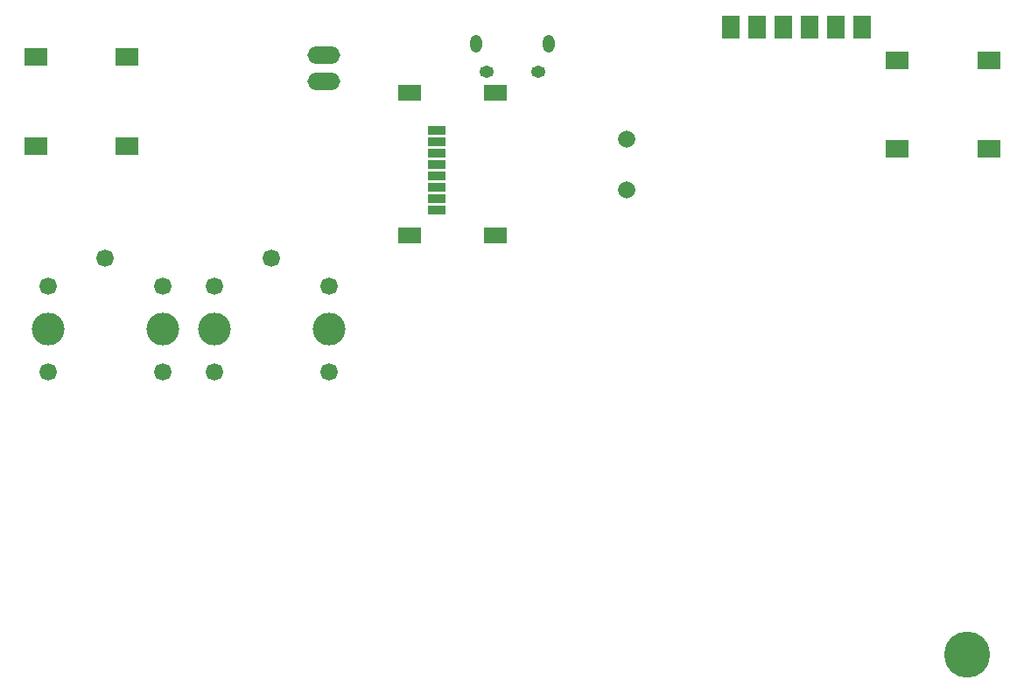
<source format=gbs>
G04 #@! TF.FileFunction,Soldermask,Bot*
%FSLAX46Y46*%
G04 Gerber Fmt 4.6, Leading zero omitted, Abs format (unit mm)*
G04 Created by KiCad (PCBNEW 4.0.5-e0-6337~52~ubuntu16.10.1) date Sun Jan 15 19:46:15 2017*
%MOMM*%
%LPD*%
G01*
G04 APERTURE LIST*
%ADD10C,0.100000*%
%ADD11O,3.174980X1.666220*%
%ADD12O,1.410000X1.110000*%
%ADD13O,1.160000X1.710000*%
%ADD14R,1.684000X2.160000*%
%ADD15C,1.661140*%
%ADD16R,2.160000X1.660000*%
%ADD17C,1.684000*%
%ADD18C,3.160000*%
%ADD19R,2.160000X1.610000*%
%ADD20R,1.660000X0.960000*%
%ADD21C,4.460000*%
G04 APERTURE END LIST*
D10*
D11*
X110000000Y-85090000D03*
X110000000Y-82550000D03*
D12*
X130770900Y-84112540D03*
X125770900Y-84112540D03*
D13*
X131770900Y-81412540D03*
X124770900Y-81412540D03*
D14*
X149364700Y-79819500D03*
X151904700Y-79819500D03*
X154444700Y-79819500D03*
X156984700Y-79819500D03*
X159524700Y-79819500D03*
X162064700Y-79819500D03*
D15*
X139319000Y-90650060D03*
X139319000Y-95531940D03*
D16*
X174345600Y-83000000D03*
X165495600Y-83000000D03*
X174345600Y-91600000D03*
X165495600Y-91600000D03*
X82143600Y-91287600D03*
X90993600Y-91287600D03*
X82143600Y-82687600D03*
X90993600Y-82687600D03*
D17*
X88824600Y-102166800D03*
X94424600Y-113166800D03*
X83324600Y-113166800D03*
X94424600Y-104866800D03*
X83324600Y-104866800D03*
D18*
X83324600Y-109016800D03*
X94424600Y-109016800D03*
D17*
X104950000Y-102150000D03*
X110550000Y-113150000D03*
X99450000Y-113150000D03*
X110550000Y-104850000D03*
X99450000Y-104850000D03*
D18*
X99450000Y-109000000D03*
X110550000Y-109000000D03*
D19*
X118338600Y-99923600D03*
X118338600Y-86173600D03*
X126638600Y-99923600D03*
X126638600Y-86173600D03*
D20*
X120938600Y-97543600D03*
X120938600Y-96443600D03*
X120938600Y-95343600D03*
X120938600Y-94243600D03*
X120938600Y-93143600D03*
X120938600Y-92043600D03*
X120938600Y-90943600D03*
X120938600Y-89843600D03*
D21*
X172250000Y-140500000D03*
M02*

</source>
